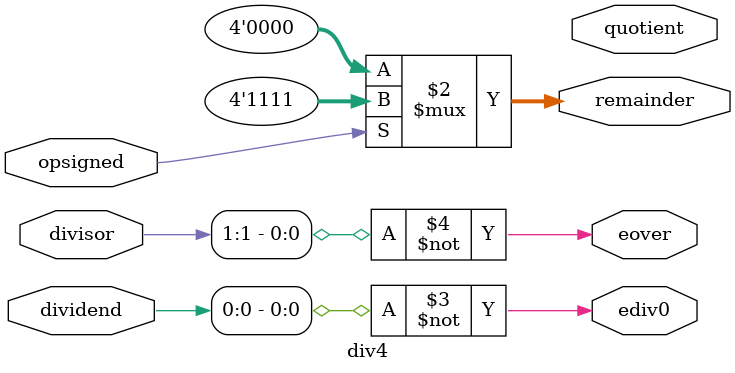
<source format=v>
module div4 #(
    parameter   WIDTH                   = 4
) (
    input  wire                         opsigned,
    input  wire [WIDTH-1:0]             dividend,
    input  wire [WIDTH-1:0]             divisor,
    output wire [WIDTH-1:0]             quotient,
    output wire [WIDTH-1:0]             remainder,
    output wire                         ediv0,
    output wire                         eover
);

    // This was a stub to just check the testbench connectivity
    assign quotent   = opsigned ? {WIDTH{1'b1}} : {WIDTH{1'b0}};
    assign remainder = opsigned ? {WIDTH{1'b1}} : {WIDTH{1'b0}};
    assign ediv0 = ~dividend[0];
    assign eover = ~divisor[1];

endmodule

</source>
